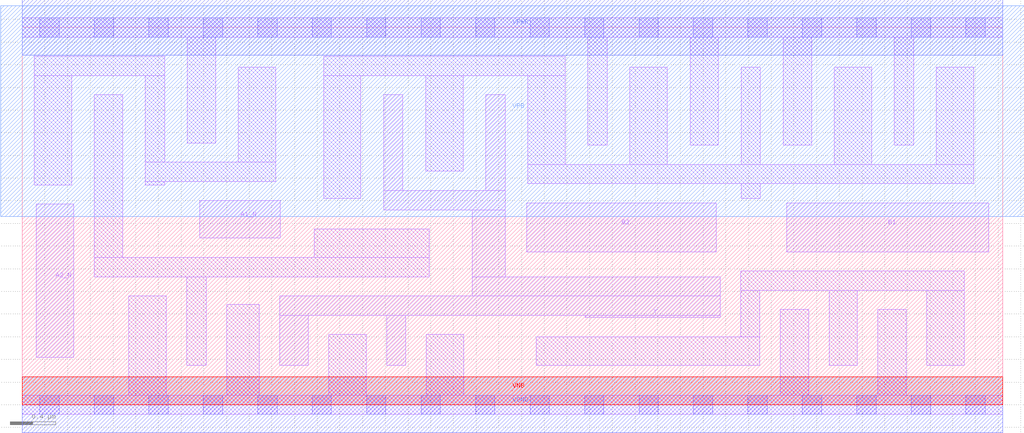
<source format=lef>
# Copyright 2020 The SkyWater PDK Authors
#
# Licensed under the Apache License, Version 2.0 (the "License");
# you may not use this file except in compliance with the License.
# You may obtain a copy of the License at
#
#     https://www.apache.org/licenses/LICENSE-2.0
#
# Unless required by applicable law or agreed to in writing, software
# distributed under the License is distributed on an "AS IS" BASIS,
# WITHOUT WARRANTIES OR CONDITIONS OF ANY KIND, either express or implied.
# See the License for the specific language governing permissions and
# limitations under the License.
#
# SPDX-License-Identifier: Apache-2.0

VERSION 5.7 ;
  NOWIREEXTENSIONATPIN ON ;
  DIVIDERCHAR "/" ;
  BUSBITCHARS "[]" ;
MACRO sky130_fd_sc_ms__a2bb2oi_4
  CLASS CORE ;
  FOREIGN sky130_fd_sc_ms__a2bb2oi_4 ;
  ORIGIN  0.000000  0.000000 ;
  SIZE  8.640000 BY  3.330000 ;
  SYMMETRY X Y ;
  SITE unit ;
  PIN A1_N
    ANTENNAGATEAREA  0.471000 ;
    DIRECTION INPUT ;
    USE SIGNAL ;
    PORT
      LAYER li1 ;
        RECT 1.565000 1.470000 2.275000 1.800000 ;
    END
  END A1_N
  PIN A2_N
    ANTENNAGATEAREA  0.471000 ;
    DIRECTION INPUT ;
    USE SIGNAL ;
    PORT
      LAYER li1 ;
        RECT 0.125000 0.420000 0.455000 1.770000 ;
    END
  END A2_N
  PIN B1
    ANTENNAGATEAREA  1.250400 ;
    DIRECTION INPUT ;
    USE SIGNAL ;
    PORT
      LAYER li1 ;
        RECT 6.735000 1.350000 8.515000 1.780000 ;
    END
  END B1
  PIN B2
    ANTENNAGATEAREA  1.250400 ;
    DIRECTION INPUT ;
    USE SIGNAL ;
    PORT
      LAYER li1 ;
        RECT 4.445000 1.350000 6.115000 1.780000 ;
    END
  END B2
  PIN Y
    ANTENNADIFFAREA  1.433600 ;
    DIRECTION OUTPUT ;
    USE SIGNAL ;
    PORT
      LAYER li1 ;
        RECT 2.270000 0.350000 2.520000 0.790000 ;
        RECT 2.270000 0.790000 6.150000 0.960000 ;
        RECT 3.185000 1.720000 4.255000 1.890000 ;
        RECT 3.185000 1.890000 3.355000 2.735000 ;
        RECT 3.210000 0.350000 3.380000 0.790000 ;
        RECT 3.965000 0.960000 6.150000 1.130000 ;
        RECT 3.965000 1.130000 4.255000 1.720000 ;
        RECT 4.085000 1.890000 4.255000 2.735000 ;
        RECT 4.960000 0.770000 6.150000 0.790000 ;
    END
  END Y
  PIN VGND
    DIRECTION INOUT ;
    USE GROUND ;
    PORT
      LAYER met1 ;
        RECT 0.000000 -0.245000 8.640000 0.245000 ;
    END
  END VGND
  PIN VNB
    DIRECTION INOUT ;
    USE GROUND ;
    PORT
      LAYER pwell ;
        RECT 0.000000 0.000000 8.640000 0.245000 ;
    END
  END VNB
  PIN VPB
    DIRECTION INOUT ;
    USE POWER ;
    PORT
      LAYER nwell ;
        RECT -0.190000 1.660000 8.830000 3.520000 ;
    END
  END VPB
  PIN VPWR
    DIRECTION INOUT ;
    USE POWER ;
    PORT
      LAYER met1 ;
        RECT 0.000000 3.085000 8.640000 3.575000 ;
    END
  END VPWR
  OBS
    LAYER li1 ;
      RECT 0.000000 -0.085000 8.640000 0.085000 ;
      RECT 0.000000  3.245000 8.640000 3.415000 ;
      RECT 0.105000  1.940000 0.435000 2.905000 ;
      RECT 0.105000  2.905000 1.255000 3.075000 ;
      RECT 0.635000  1.130000 3.585000 1.300000 ;
      RECT 0.635000  1.300000 0.885000 2.735000 ;
      RECT 0.940000  0.085000 1.270000 0.960000 ;
      RECT 1.085000  1.940000 1.255000 1.970000 ;
      RECT 1.085000  1.970000 2.235000 2.140000 ;
      RECT 1.085000  2.140000 1.255000 2.905000 ;
      RECT 1.450000  0.350000 1.620000 1.130000 ;
      RECT 1.455000  2.310000 1.705000 3.245000 ;
      RECT 1.800000  0.085000 2.090000 0.885000 ;
      RECT 1.905000  2.140000 2.235000 2.980000 ;
      RECT 2.575000  1.300000 3.585000 1.550000 ;
      RECT 2.655000  1.820000 2.985000 2.905000 ;
      RECT 2.655000  2.905000 4.785000 3.075000 ;
      RECT 2.700000  0.085000 3.030000 0.620000 ;
      RECT 3.555000  2.060000 3.885000 2.905000 ;
      RECT 3.560000  0.085000 3.890000 0.620000 ;
      RECT 4.455000  1.950000 8.385000 2.120000 ;
      RECT 4.455000  2.120000 4.785000 2.905000 ;
      RECT 4.530000  0.350000 6.500000 0.600000 ;
      RECT 4.985000  2.290000 5.155000 3.245000 ;
      RECT 5.355000  2.120000 5.685000 2.980000 ;
      RECT 5.885000  2.290000 6.135000 3.245000 ;
      RECT 6.330000  0.600000 6.500000 1.010000 ;
      RECT 6.330000  1.010000 8.300000 1.180000 ;
      RECT 6.335000  1.820000 6.505000 1.950000 ;
      RECT 6.335000  2.120000 6.505000 2.980000 ;
      RECT 6.680000  0.085000 6.930000 0.840000 ;
      RECT 6.705000  2.290000 6.955000 3.245000 ;
      RECT 7.110000  0.350000 7.360000 1.010000 ;
      RECT 7.155000  2.120000 7.485000 2.980000 ;
      RECT 7.540000  0.085000 7.790000 0.840000 ;
      RECT 7.685000  2.290000 7.855000 3.245000 ;
      RECT 7.970000  0.350000 8.300000 1.010000 ;
      RECT 8.055000  2.120000 8.385000 2.980000 ;
    LAYER mcon ;
      RECT 0.155000 -0.085000 0.325000 0.085000 ;
      RECT 0.155000  3.245000 0.325000 3.415000 ;
      RECT 0.635000 -0.085000 0.805000 0.085000 ;
      RECT 0.635000  3.245000 0.805000 3.415000 ;
      RECT 1.115000 -0.085000 1.285000 0.085000 ;
      RECT 1.115000  3.245000 1.285000 3.415000 ;
      RECT 1.595000 -0.085000 1.765000 0.085000 ;
      RECT 1.595000  3.245000 1.765000 3.415000 ;
      RECT 2.075000 -0.085000 2.245000 0.085000 ;
      RECT 2.075000  3.245000 2.245000 3.415000 ;
      RECT 2.555000 -0.085000 2.725000 0.085000 ;
      RECT 2.555000  3.245000 2.725000 3.415000 ;
      RECT 3.035000 -0.085000 3.205000 0.085000 ;
      RECT 3.035000  3.245000 3.205000 3.415000 ;
      RECT 3.515000 -0.085000 3.685000 0.085000 ;
      RECT 3.515000  3.245000 3.685000 3.415000 ;
      RECT 3.995000 -0.085000 4.165000 0.085000 ;
      RECT 3.995000  3.245000 4.165000 3.415000 ;
      RECT 4.475000 -0.085000 4.645000 0.085000 ;
      RECT 4.475000  3.245000 4.645000 3.415000 ;
      RECT 4.955000 -0.085000 5.125000 0.085000 ;
      RECT 4.955000  3.245000 5.125000 3.415000 ;
      RECT 5.435000 -0.085000 5.605000 0.085000 ;
      RECT 5.435000  3.245000 5.605000 3.415000 ;
      RECT 5.915000 -0.085000 6.085000 0.085000 ;
      RECT 5.915000  3.245000 6.085000 3.415000 ;
      RECT 6.395000 -0.085000 6.565000 0.085000 ;
      RECT 6.395000  3.245000 6.565000 3.415000 ;
      RECT 6.875000 -0.085000 7.045000 0.085000 ;
      RECT 6.875000  3.245000 7.045000 3.415000 ;
      RECT 7.355000 -0.085000 7.525000 0.085000 ;
      RECT 7.355000  3.245000 7.525000 3.415000 ;
      RECT 7.835000 -0.085000 8.005000 0.085000 ;
      RECT 7.835000  3.245000 8.005000 3.415000 ;
      RECT 8.315000 -0.085000 8.485000 0.085000 ;
      RECT 8.315000  3.245000 8.485000 3.415000 ;
  END
END sky130_fd_sc_ms__a2bb2oi_4
END LIBRARY

</source>
